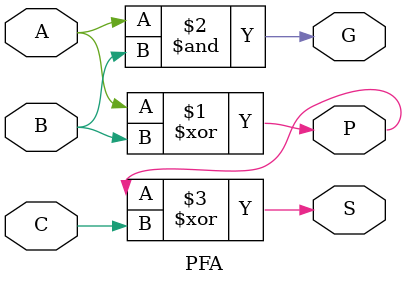
<source format=v>
module PFA(
    input A,
    input B,
    input C,
    output S,
    output P,
    output G
    );
    
    xor G1 (P, A, B);
    and G2 (G, A, B);
    xor G3 (S, P, C);
    
endmodule

</source>
